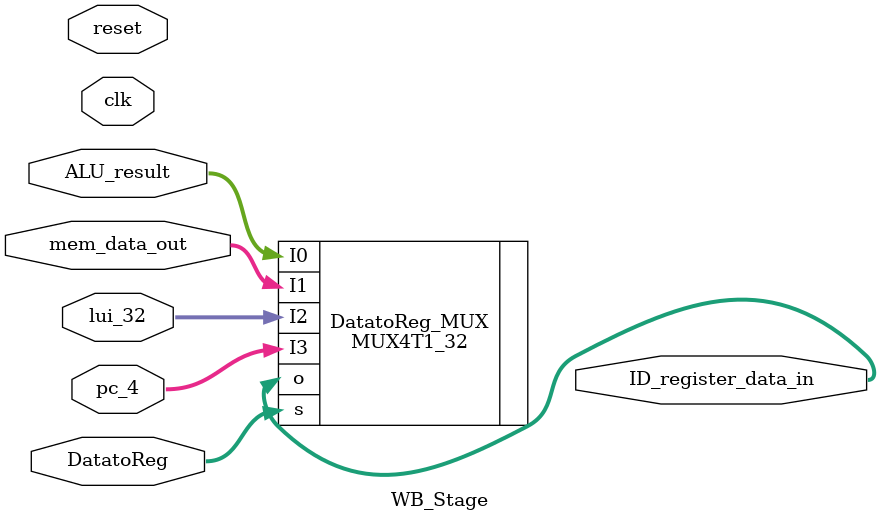
<source format=v>
`timescale 1ns / 1ps
module WB_Stage(
	input clk,
	input reset,
	
	input [1:0] DatatoReg,
	
	input [31:0] pc_4,
	input [31:0] lui_32,
	input [31:0] mem_data_out,
	input [31:0] ALU_result,
	
	output [31:0] ID_register_data_in
    );

	MUX4T1_32 DatatoReg_MUX(
		.s(DatatoReg),
		.I0(ALU_result),
		.I1(mem_data_out),
		.I2(lui_32),
		.I3(pc_4),
		.o(ID_register_data_in)
	);


endmodule

</source>
